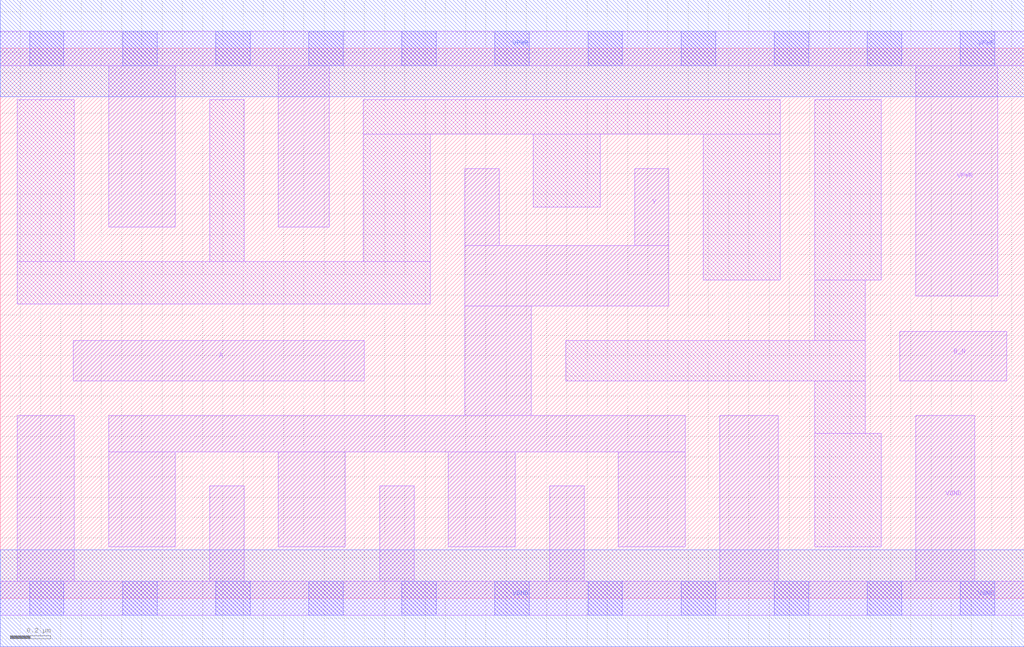
<source format=lef>
# Copyright 2020 The SkyWater PDK Authors
#
# Licensed under the Apache License, Version 2.0 (the "License");
# you may not use this file except in compliance with the License.
# You may obtain a copy of the License at
#
#     https://www.apache.org/licenses/LICENSE-2.0
#
# Unless required by applicable law or agreed to in writing, software
# distributed under the License is distributed on an "AS IS" BASIS,
# WITHOUT WARRANTIES OR CONDITIONS OF ANY KIND, either express or implied.
# See the License for the specific language governing permissions and
# limitations under the License.
#
# SPDX-License-Identifier: Apache-2.0

VERSION 5.7 ;
  NAMESCASESENSITIVE ON ;
  NOWIREEXTENSIONATPIN ON ;
  DIVIDERCHAR "/" ;
  BUSBITCHARS "[]" ;
UNITS
  DATABASE MICRONS 200 ;
END UNITS
MACRO sky130_fd_sc_hd__nor2b_4
  CLASS CORE ;
  SOURCE USER ;
  FOREIGN sky130_fd_sc_hd__nor2b_4 ;
  ORIGIN  0.000000  0.000000 ;
  SIZE  5.060000 BY  2.720000 ;
  SYMMETRY X Y R90 ;
  SITE unithd ;
  PIN A
    ANTENNAGATEAREA  0.990000 ;
    DIRECTION INPUT ;
    USE SIGNAL ;
    PORT
      LAYER li1 ;
        RECT 0.360000 1.075000 1.800000 1.275000 ;
    END
  END A
  PIN B_N
    ANTENNAGATEAREA  0.247500 ;
    DIRECTION INPUT ;
    USE SIGNAL ;
    PORT
      LAYER li1 ;
        RECT 4.445000 1.075000 4.975000 1.320000 ;
    END
  END B_N
  PIN Y
    ANTENNADIFFAREA  1.242000 ;
    DIRECTION OUTPUT ;
    USE SIGNAL ;
    PORT
      LAYER li1 ;
        RECT 0.535000 0.255000 0.865000 0.725000 ;
        RECT 0.535000 0.725000 3.385000 0.905000 ;
        RECT 1.375000 0.255000 1.705000 0.725000 ;
        RECT 2.215000 0.255000 2.545000 0.725000 ;
        RECT 2.295000 0.905000 2.625000 1.445000 ;
        RECT 2.295000 1.445000 3.305000 1.745000 ;
        RECT 2.295000 1.745000 2.465000 2.125000 ;
        RECT 3.055000 0.255000 3.385000 0.725000 ;
        RECT 3.135000 1.745000 3.305000 2.125000 ;
    END
  END Y
  PIN VGND
    DIRECTION INOUT ;
    SHAPE ABUTMENT ;
    USE GROUND ;
    PORT
      LAYER li1 ;
        RECT 0.000000 -0.085000 5.060000 0.085000 ;
        RECT 0.085000  0.085000 0.365000 0.905000 ;
        RECT 1.035000  0.085000 1.205000 0.555000 ;
        RECT 1.875000  0.085000 2.045000 0.555000 ;
        RECT 2.715000  0.085000 2.885000 0.555000 ;
        RECT 3.555000  0.085000 3.845000 0.905000 ;
        RECT 4.525000  0.085000 4.815000 0.905000 ;
      LAYER mcon ;
        RECT 0.145000 -0.085000 0.315000 0.085000 ;
        RECT 0.605000 -0.085000 0.775000 0.085000 ;
        RECT 1.065000 -0.085000 1.235000 0.085000 ;
        RECT 1.525000 -0.085000 1.695000 0.085000 ;
        RECT 1.985000 -0.085000 2.155000 0.085000 ;
        RECT 2.445000 -0.085000 2.615000 0.085000 ;
        RECT 2.905000 -0.085000 3.075000 0.085000 ;
        RECT 3.365000 -0.085000 3.535000 0.085000 ;
        RECT 3.825000 -0.085000 3.995000 0.085000 ;
        RECT 4.285000 -0.085000 4.455000 0.085000 ;
        RECT 4.745000 -0.085000 4.915000 0.085000 ;
      LAYER met1 ;
        RECT 0.000000 -0.240000 5.060000 0.240000 ;
    END
  END VGND
  PIN VPWR
    DIRECTION INOUT ;
    SHAPE ABUTMENT ;
    USE POWER ;
    PORT
      LAYER li1 ;
        RECT 0.000000 2.635000 5.060000 2.805000 ;
        RECT 0.535000 1.835000 0.865000 2.635000 ;
        RECT 1.375000 1.835000 1.625000 2.635000 ;
        RECT 4.525000 1.495000 4.930000 2.635000 ;
      LAYER mcon ;
        RECT 0.145000 2.635000 0.315000 2.805000 ;
        RECT 0.605000 2.635000 0.775000 2.805000 ;
        RECT 1.065000 2.635000 1.235000 2.805000 ;
        RECT 1.525000 2.635000 1.695000 2.805000 ;
        RECT 1.985000 2.635000 2.155000 2.805000 ;
        RECT 2.445000 2.635000 2.615000 2.805000 ;
        RECT 2.905000 2.635000 3.075000 2.805000 ;
        RECT 3.365000 2.635000 3.535000 2.805000 ;
        RECT 3.825000 2.635000 3.995000 2.805000 ;
        RECT 4.285000 2.635000 4.455000 2.805000 ;
        RECT 4.745000 2.635000 4.915000 2.805000 ;
      LAYER met1 ;
        RECT 0.000000 2.480000 5.060000 2.960000 ;
    END
  END VPWR
  OBS
    LAYER li1 ;
      RECT 0.085000 1.455000 2.125000 1.665000 ;
      RECT 0.085000 1.665000 0.365000 2.465000 ;
      RECT 1.035000 1.665000 1.205000 2.465000 ;
      RECT 1.795000 1.665000 2.125000 2.295000 ;
      RECT 1.795000 2.295000 3.855000 2.465000 ;
      RECT 2.635000 1.935000 2.965000 2.295000 ;
      RECT 2.795000 1.075000 4.275000 1.275000 ;
      RECT 3.475000 1.575000 3.855000 2.295000 ;
      RECT 4.025000 0.255000 4.355000 0.815000 ;
      RECT 4.025000 0.815000 4.275000 1.075000 ;
      RECT 4.025000 1.275000 4.275000 1.575000 ;
      RECT 4.025000 1.575000 4.355000 2.465000 ;
  END
END sky130_fd_sc_hd__nor2b_4
END LIBRARY

</source>
